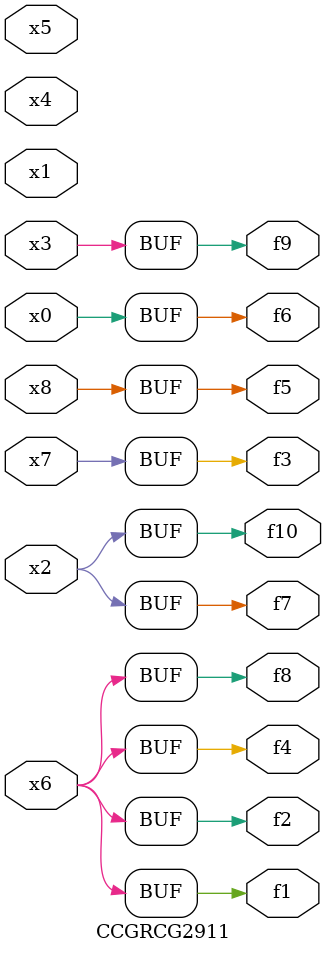
<source format=v>
module CCGRCG2911(
	input x0, x1, x2, x3, x4, x5, x6, x7, x8,
	output f1, f2, f3, f4, f5, f6, f7, f8, f9, f10
);
	assign f1 = x6;
	assign f2 = x6;
	assign f3 = x7;
	assign f4 = x6;
	assign f5 = x8;
	assign f6 = x0;
	assign f7 = x2;
	assign f8 = x6;
	assign f9 = x3;
	assign f10 = x2;
endmodule

</source>
